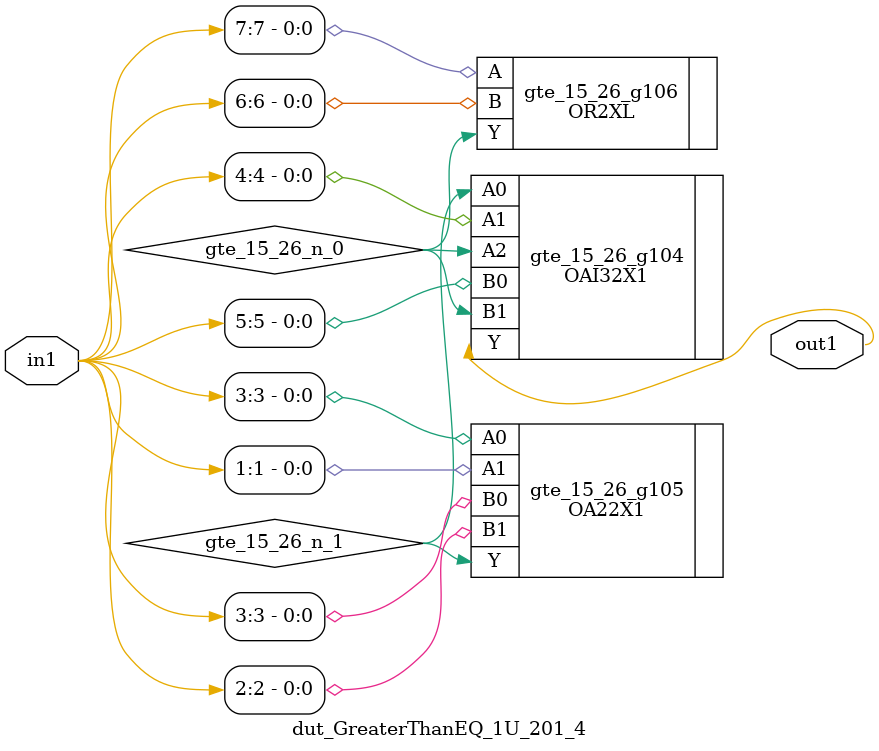
<source format=v>
`timescale 1ps / 1ps


module dut_GreaterThanEQ_1U_201_4(in1, out1);
  input [7:0] in1;
  output out1;
  wire [7:0] in1;
  wire out1;
  wire gte_15_26_n_0, gte_15_26_n_1;
  OAI32X1 gte_15_26_g104(.A0 (gte_15_26_n_1), .A1 (in1[4]), .A2
       (gte_15_26_n_0), .B0 (in1[5]), .B1 (gte_15_26_n_0), .Y (out1));
  OA22X1 gte_15_26_g105(.A0 (in1[3]), .A1 (in1[1]), .B0 (in1[3]), .B1
       (in1[2]), .Y (gte_15_26_n_1));
  OR2XL gte_15_26_g106(.A (in1[7]), .B (in1[6]), .Y (gte_15_26_n_0));
endmodule



</source>
